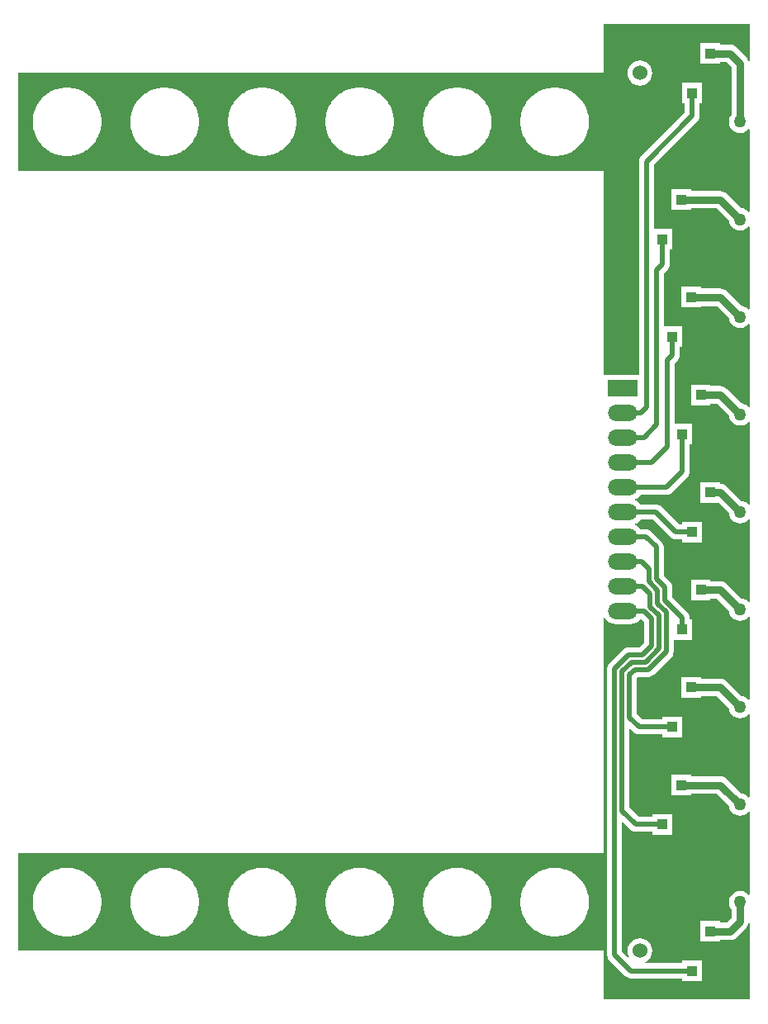
<source format=gbl>
G04 Layer_Physical_Order=2*
G04 Layer_Color=16711680*
%FSLAX25Y25*%
%MOIN*%
G70*
G01*
G75*
%ADD12C,0.03000*%
%ADD13C,0.02000*%
%ADD14C,0.06000*%
%ADD15O,0.12000X0.06500*%
%ADD16R,0.12000X0.06500*%
%ADD17C,0.05000*%
%ADD18R,0.03937X0.04331*%
G36*
X334646Y418063D02*
X334146Y418031D01*
X334119Y418236D01*
X333766Y419088D01*
X333205Y419819D01*
X329228Y423795D01*
X328497Y424357D01*
X327646Y424709D01*
X326732Y424829D01*
X322748D01*
Y425465D01*
X314811D01*
Y417134D01*
X322748D01*
Y417769D01*
X325270D01*
X327179Y415861D01*
Y396492D01*
X326778Y395970D01*
X326325Y394876D01*
X326170Y393701D01*
X326325Y392526D01*
X326778Y391431D01*
X327499Y390491D01*
X328439Y389770D01*
X329534Y389317D01*
X330709Y389162D01*
X331883Y389317D01*
X332978Y389770D01*
X333918Y390491D01*
X334146Y390788D01*
X334646Y390618D01*
Y357413D01*
X334146Y357244D01*
X333918Y357540D01*
X332978Y358261D01*
X331883Y358715D01*
X331231Y358801D01*
X325291Y364740D01*
X324560Y365301D01*
X323709Y365654D01*
X322795Y365774D01*
X310937D01*
Y366409D01*
X303000D01*
Y358079D01*
X310937D01*
Y358714D01*
X321333D01*
X326239Y353808D01*
X326325Y353156D01*
X326778Y352061D01*
X327499Y351121D01*
X328439Y350400D01*
X329534Y349946D01*
X330709Y349792D01*
X331883Y349946D01*
X332978Y350400D01*
X333918Y351121D01*
X334146Y351418D01*
X334646Y351248D01*
Y318043D01*
X334146Y317874D01*
X333918Y318170D01*
X332978Y318891D01*
X331883Y319345D01*
X331231Y319431D01*
X325291Y325370D01*
X324560Y325931D01*
X323709Y326284D01*
X322795Y326404D01*
X314874D01*
Y327039D01*
X306937D01*
Y318709D01*
X314874D01*
Y319344D01*
X321333D01*
X326239Y314438D01*
X326325Y313786D01*
X326778Y312691D01*
X327499Y311751D01*
X328439Y311030D01*
X329534Y310577D01*
X330709Y310422D01*
X331883Y310577D01*
X332978Y311030D01*
X333918Y311751D01*
X334146Y312048D01*
X334646Y311878D01*
Y278673D01*
X334146Y278503D01*
X333918Y278800D01*
X332978Y279521D01*
X331883Y279975D01*
X331231Y280061D01*
X325291Y286000D01*
X324560Y286561D01*
X323709Y286914D01*
X322795Y287034D01*
X318811D01*
Y287669D01*
X310874D01*
Y279339D01*
X318811D01*
Y279974D01*
X321333D01*
X326239Y275068D01*
X326325Y274416D01*
X326778Y273321D01*
X327499Y272381D01*
X328439Y271660D01*
X329534Y271206D01*
X330709Y271052D01*
X331883Y271206D01*
X332978Y271660D01*
X333918Y272381D01*
X334146Y272678D01*
X334646Y272508D01*
Y239303D01*
X334146Y239133D01*
X333918Y239430D01*
X332978Y240151D01*
X331883Y240605D01*
X331231Y240690D01*
X325291Y246630D01*
X324560Y247191D01*
X323709Y247544D01*
X322795Y247664D01*
X322748D01*
Y248299D01*
X314811D01*
Y239968D01*
X321968D01*
X326239Y235698D01*
X326325Y235046D01*
X326778Y233951D01*
X327499Y233011D01*
X328439Y232290D01*
X329534Y231836D01*
X330709Y231682D01*
X331883Y231836D01*
X332978Y232290D01*
X333918Y233011D01*
X334146Y233308D01*
X334646Y233138D01*
Y199933D01*
X334146Y199763D01*
X333918Y200060D01*
X332978Y200781D01*
X331883Y201235D01*
X331231Y201321D01*
X325291Y207260D01*
X324560Y207821D01*
X323709Y208174D01*
X322795Y208294D01*
X318811D01*
Y208929D01*
X310874D01*
Y200598D01*
X318811D01*
Y201234D01*
X321333D01*
X326239Y196328D01*
X326325Y195676D01*
X326778Y194581D01*
X327499Y193641D01*
X328439Y192920D01*
X329534Y192466D01*
X330709Y192312D01*
X331883Y192466D01*
X332978Y192920D01*
X333918Y193641D01*
X334146Y193938D01*
X334646Y193768D01*
Y160563D01*
X334146Y160393D01*
X333918Y160690D01*
X332978Y161411D01*
X331883Y161864D01*
X331231Y161950D01*
X325291Y167890D01*
X324560Y168451D01*
X323709Y168804D01*
X322795Y168924D01*
X314874D01*
Y169559D01*
X306937D01*
Y161228D01*
X314874D01*
Y161864D01*
X321333D01*
X326239Y156958D01*
X326325Y156306D01*
X326778Y155211D01*
X327499Y154271D01*
X328439Y153550D01*
X329534Y153096D01*
X330709Y152942D01*
X331883Y153096D01*
X332978Y153550D01*
X333918Y154271D01*
X334146Y154567D01*
X334646Y154398D01*
Y121193D01*
X334146Y121023D01*
X333918Y121320D01*
X332978Y122041D01*
X331883Y122494D01*
X331231Y122580D01*
X325291Y128520D01*
X324560Y129081D01*
X323709Y129434D01*
X322795Y129554D01*
X310937D01*
Y130189D01*
X303000D01*
Y121858D01*
X310937D01*
Y122493D01*
X321333D01*
X326239Y117588D01*
X326325Y116936D01*
X326778Y115841D01*
X327499Y114901D01*
X328439Y114180D01*
X329534Y113726D01*
X330709Y113571D01*
X331883Y113726D01*
X332978Y114180D01*
X333918Y114901D01*
X334146Y115197D01*
X334646Y115028D01*
Y81823D01*
X334146Y81653D01*
X333918Y81950D01*
X332978Y82671D01*
X331883Y83124D01*
X330709Y83279D01*
X329534Y83124D01*
X328439Y82671D01*
X327499Y81950D01*
X326778Y81010D01*
X326325Y79915D01*
X326170Y78740D01*
X326325Y77565D01*
X326778Y76471D01*
X327179Y75949D01*
Y72328D01*
X325349Y70499D01*
X322748D01*
Y71134D01*
X314811D01*
Y62803D01*
X322748D01*
Y63438D01*
X326811D01*
X327725Y63559D01*
X328576Y63911D01*
X329307Y64472D01*
X333205Y68370D01*
X333766Y69101D01*
X334119Y69952D01*
X334146Y70158D01*
X334646Y70126D01*
Y39370D01*
X275591D01*
Y59055D01*
X39370D01*
Y98425D01*
X275591D01*
Y193565D01*
X276091Y193665D01*
X276129Y193573D01*
X276970Y192476D01*
X278067Y191635D01*
X279344Y191106D01*
X280715Y190925D01*
X286215D01*
X287585Y191106D01*
X288862Y191635D01*
X289959Y192476D01*
X290293Y192912D01*
X290922Y192948D01*
X291856Y192014D01*
Y183537D01*
X290006Y181687D01*
X285748D01*
X285748Y181687D01*
X284965Y181584D01*
X284235Y181282D01*
X283608Y180801D01*
X277939Y175132D01*
X277458Y174505D01*
X277156Y173775D01*
X277053Y172992D01*
Y57441D01*
X277156Y56658D01*
X277458Y55928D01*
X277939Y55301D01*
X284356Y48884D01*
X284983Y48403D01*
X285713Y48101D01*
X286496Y47998D01*
X307291D01*
Y46858D01*
X315228D01*
Y55189D01*
X307291D01*
Y54049D01*
X292564D01*
X292464Y54549D01*
X292797Y54687D01*
X293841Y55489D01*
X294643Y56533D01*
X295147Y57749D01*
X295318Y59055D01*
X295147Y60360D01*
X294643Y61576D01*
X293841Y62621D01*
X292797Y63422D01*
X291581Y63926D01*
X290275Y64098D01*
X288970Y63926D01*
X287754Y63422D01*
X286709Y62621D01*
X285908Y61576D01*
X285404Y60360D01*
X285232Y59055D01*
X285404Y57749D01*
X285862Y56644D01*
X285438Y56361D01*
X283105Y58694D01*
Y110703D01*
X283567Y110894D01*
X286522Y107939D01*
X287148Y107458D01*
X287878Y107156D01*
X288661Y107053D01*
X295480D01*
Y105913D01*
X303417D01*
Y114244D01*
X295480D01*
Y113105D01*
X289915D01*
X286105Y116915D01*
Y148372D01*
X286567Y148564D01*
X287821Y147309D01*
X288448Y146828D01*
X289177Y146526D01*
X289961Y146423D01*
X299417D01*
Y145283D01*
X307354D01*
Y153614D01*
X299417D01*
Y152475D01*
X291214D01*
X289105Y154584D01*
Y169254D01*
X289487Y169635D01*
X293745D01*
X294528Y169739D01*
X295258Y170041D01*
X295885Y170522D01*
X303022Y177658D01*
X303502Y178285D01*
X303805Y179015D01*
X303908Y179798D01*
Y184653D01*
X311291D01*
Y192984D01*
X310349D01*
Y193555D01*
X310349Y193555D01*
X310246Y194338D01*
X309943Y195068D01*
X309462Y195694D01*
X303396Y201761D01*
Y205792D01*
X303396Y205792D01*
X303293Y206575D01*
X302991Y207305D01*
X302510Y207932D01*
X299845Y210597D01*
Y222039D01*
X299742Y222822D01*
X299439Y223552D01*
X298958Y224179D01*
X294777Y228360D01*
X294151Y228841D01*
X293421Y229143D01*
X292638Y229246D01*
X290510D01*
X289959Y229965D01*
X288862Y230806D01*
X288466Y230971D01*
Y231470D01*
X288862Y231635D01*
X289959Y232476D01*
X290510Y233195D01*
X295440D01*
X302585Y226049D01*
X302585Y226049D01*
X303211Y225569D01*
X303941Y225266D01*
X304724Y225163D01*
X304725Y225163D01*
X307291D01*
Y224024D01*
X315228D01*
Y232354D01*
X307291D01*
Y231215D01*
X305978D01*
X298833Y238360D01*
X298206Y238841D01*
X297476Y239143D01*
X296693Y239246D01*
X290510D01*
X289959Y239965D01*
X288862Y240806D01*
X288466Y240970D01*
Y241471D01*
X288862Y241635D01*
X289959Y242476D01*
X290510Y243195D01*
X301063D01*
X301846Y243298D01*
X302576Y243600D01*
X303203Y244081D01*
X309462Y250341D01*
X309943Y250967D01*
X310246Y251697D01*
X310349Y252480D01*
Y263394D01*
X311291D01*
Y271724D01*
X304286D01*
Y296188D01*
X305525Y297427D01*
X306006Y298054D01*
X306309Y298784D01*
X306412Y299567D01*
Y302764D01*
X307354D01*
Y311094D01*
X300073D01*
Y332684D01*
X301589Y334199D01*
X302069Y334826D01*
X302372Y335555D01*
X302475Y336339D01*
Y342134D01*
X303417D01*
Y350465D01*
X295900D01*
Y376424D01*
X313399Y393923D01*
X313400Y393923D01*
X313880Y394550D01*
X314183Y395280D01*
X314286Y396063D01*
X314286Y396063D01*
Y401189D01*
X315228D01*
Y409520D01*
X307291D01*
Y401189D01*
X308234D01*
Y397316D01*
X290734Y379817D01*
X290253Y379190D01*
X289951Y378460D01*
X289848Y377677D01*
Y291471D01*
X275591D01*
Y374016D01*
X39370Y374016D01*
Y413386D01*
X275591Y413386D01*
Y433071D01*
X334646D01*
Y418063D01*
D02*
G37*
%LPC*%
G36*
X177939Y92590D02*
X176391D01*
X176259Y92564D01*
X176125Y92573D01*
X174590Y92371D01*
X174463Y92328D01*
X174328Y92319D01*
X172833Y91918D01*
X172712Y91859D01*
X172580Y91832D01*
X171150Y91240D01*
X171038Y91165D01*
X170911Y91122D01*
X169570Y90348D01*
X169469Y90259D01*
X169348Y90200D01*
X168120Y89257D01*
X168031Y89156D01*
X167919Y89081D01*
X166824Y87986D01*
X166750Y87875D01*
X166648Y87786D01*
X165706Y86558D01*
X165647Y86437D01*
X165558Y86336D01*
X164784Y84995D01*
X164740Y84867D01*
X164666Y84756D01*
X164073Y83325D01*
X164047Y83193D01*
X163988Y83073D01*
X163587Y81577D01*
X163578Y81443D01*
X163535Y81315D01*
X163333Y79780D01*
X163341Y79646D01*
X163315Y79514D01*
Y77966D01*
X163341Y77834D01*
X163333Y77700D01*
X163535Y76165D01*
X163578Y76037D01*
X163587Y75903D01*
X163988Y74408D01*
X164047Y74287D01*
X164073Y74155D01*
X164666Y72725D01*
X164740Y72613D01*
X164784Y72486D01*
X165558Y71145D01*
X165647Y71043D01*
X165706Y70923D01*
X166648Y69695D01*
X166750Y69606D01*
X166824Y69494D01*
X167919Y68399D01*
X168031Y68325D01*
X168120Y68223D01*
X169348Y67281D01*
X169469Y67221D01*
X169570Y67133D01*
X170911Y66359D01*
X171038Y66315D01*
X171150Y66241D01*
X172580Y65648D01*
X172712Y65622D01*
X172833Y65562D01*
X174328Y65162D01*
X174463Y65153D01*
X174590Y65109D01*
X176125Y64907D01*
X176259Y64916D01*
X176391Y64890D01*
X177939D01*
X178071Y64916D01*
X178206Y64907D01*
X179741Y65109D01*
X179868Y65153D01*
X180002Y65162D01*
X181498Y65562D01*
X181618Y65622D01*
X181750Y65648D01*
X183181Y66241D01*
X183293Y66315D01*
X183420Y66359D01*
X184761Y67133D01*
X184862Y67221D01*
X184983Y67281D01*
X186211Y68223D01*
X186300Y68325D01*
X186411Y68399D01*
X187506Y69494D01*
X187581Y69606D01*
X187682Y69695D01*
X188625Y70923D01*
X188684Y71043D01*
X188773Y71145D01*
X189547Y72486D01*
X189590Y72613D01*
X189665Y72725D01*
X190258Y74155D01*
X190284Y74287D01*
X190343Y74408D01*
X190744Y75903D01*
X190753Y76038D01*
X190796Y76165D01*
X190998Y77700D01*
X190989Y77834D01*
X191016Y77966D01*
Y79514D01*
X190989Y79646D01*
X190998Y79781D01*
X190796Y81315D01*
X190753Y81443D01*
X190744Y81577D01*
X190343Y83073D01*
X190284Y83193D01*
X190258Y83325D01*
X189665Y84756D01*
X189590Y84867D01*
X189547Y84995D01*
X188773Y86336D01*
X188684Y86437D01*
X188625Y86558D01*
X187682Y87786D01*
X187581Y87875D01*
X187506Y87986D01*
X186411Y89081D01*
X186300Y89156D01*
X186211Y89257D01*
X184983Y90200D01*
X184862Y90259D01*
X184761Y90348D01*
X183420Y91122D01*
X183293Y91165D01*
X183181Y91240D01*
X181750Y91832D01*
X181618Y91859D01*
X181498Y91918D01*
X180002Y92319D01*
X179868Y92328D01*
X179741Y92371D01*
X178206Y92573D01*
X178071Y92564D01*
X177939Y92590D01*
D02*
G37*
G36*
X217310D02*
X215761D01*
X215629Y92564D01*
X215495Y92573D01*
X213960Y92371D01*
X213833Y92328D01*
X213699Y92319D01*
X212203Y91918D01*
X212082Y91859D01*
X211950Y91832D01*
X210520Y91240D01*
X210408Y91165D01*
X210281Y91122D01*
X208940Y90348D01*
X208839Y90259D01*
X208718Y90200D01*
X207490Y89257D01*
X207401Y89156D01*
X207289Y89081D01*
X206194Y87986D01*
X206120Y87875D01*
X206019Y87786D01*
X205076Y86558D01*
X205017Y86437D01*
X204928Y86336D01*
X204154Y84995D01*
X204111Y84867D01*
X204036Y84756D01*
X203443Y83325D01*
X203417Y83193D01*
X203358Y83073D01*
X202957Y81577D01*
X202948Y81443D01*
X202905Y81315D01*
X202703Y79780D01*
X202712Y79646D01*
X202685Y79514D01*
Y77966D01*
X202712Y77834D01*
X202703Y77700D01*
X202905Y76165D01*
X202948Y76037D01*
X202957Y75903D01*
X203358Y74408D01*
X203417Y74287D01*
X203443Y74155D01*
X204036Y72725D01*
X204111Y72613D01*
X204154Y72486D01*
X204928Y71145D01*
X205017Y71043D01*
X205076Y70923D01*
X206019Y69695D01*
X206120Y69606D01*
X206194Y69494D01*
X207289Y68399D01*
X207401Y68325D01*
X207490Y68223D01*
X208718Y67281D01*
X208839Y67221D01*
X208940Y67133D01*
X210281Y66359D01*
X210408Y66315D01*
X210520Y66241D01*
X211950Y65648D01*
X212082Y65622D01*
X212203Y65562D01*
X213699Y65162D01*
X213833Y65153D01*
X213960Y65109D01*
X215495Y64907D01*
X215629Y64916D01*
X215761Y64890D01*
X217310D01*
X217442Y64916D01*
X217576Y64907D01*
X219111Y65109D01*
X219238Y65153D01*
X219372Y65162D01*
X220868Y65562D01*
X220988Y65622D01*
X221121Y65648D01*
X222551Y66241D01*
X222663Y66315D01*
X222790Y66359D01*
X224131Y67133D01*
X224232Y67221D01*
X224353Y67281D01*
X225581Y68223D01*
X225670Y68325D01*
X225782Y68399D01*
X226876Y69494D01*
X226951Y69606D01*
X227052Y69695D01*
X227995Y70923D01*
X228054Y71043D01*
X228143Y71145D01*
X228917Y72486D01*
X228960Y72613D01*
X229035Y72725D01*
X229628Y74155D01*
X229654Y74287D01*
X229713Y74408D01*
X230114Y75903D01*
X230123Y76038D01*
X230166Y76165D01*
X230368Y77700D01*
X230359Y77834D01*
X230386Y77966D01*
Y79514D01*
X230359Y79646D01*
X230368Y79781D01*
X230166Y81315D01*
X230123Y81443D01*
X230114Y81577D01*
X229713Y83073D01*
X229654Y83193D01*
X229628Y83325D01*
X229035Y84756D01*
X228960Y84867D01*
X228917Y84995D01*
X228143Y86336D01*
X228054Y86437D01*
X227995Y86558D01*
X227052Y87786D01*
X226951Y87875D01*
X226876Y87986D01*
X225782Y89081D01*
X225670Y89156D01*
X225581Y89257D01*
X224353Y90200D01*
X224232Y90259D01*
X224131Y90348D01*
X222790Y91122D01*
X222663Y91165D01*
X222551Y91240D01*
X221121Y91832D01*
X220988Y91859D01*
X220868Y91918D01*
X219372Y92319D01*
X219238Y92328D01*
X219111Y92371D01*
X217576Y92573D01*
X217442Y92564D01*
X217310Y92590D01*
D02*
G37*
G36*
X256680D02*
X255131D01*
X254999Y92564D01*
X254865Y92573D01*
X253330Y92371D01*
X253203Y92328D01*
X253069Y92319D01*
X251573Y91918D01*
X251452Y91859D01*
X251321Y91832D01*
X249890Y91240D01*
X249778Y91165D01*
X249651Y91122D01*
X248310Y90348D01*
X248209Y90259D01*
X248088Y90200D01*
X246860Y89257D01*
X246771Y89156D01*
X246659Y89081D01*
X245565Y87986D01*
X245490Y87875D01*
X245389Y87786D01*
X244446Y86558D01*
X244387Y86437D01*
X244298Y86336D01*
X243524Y84995D01*
X243481Y84867D01*
X243406Y84756D01*
X242813Y83325D01*
X242787Y83193D01*
X242728Y83073D01*
X242327Y81577D01*
X242318Y81443D01*
X242275Y81315D01*
X242073Y79780D01*
X242082Y79646D01*
X242055Y79514D01*
Y77966D01*
X242082Y77834D01*
X242073Y77700D01*
X242275Y76165D01*
X242318Y76037D01*
X242327Y75903D01*
X242728Y74408D01*
X242787Y74287D01*
X242813Y74155D01*
X243406Y72725D01*
X243481Y72613D01*
X243524Y72486D01*
X244298Y71145D01*
X244387Y71043D01*
X244446Y70923D01*
X245389Y69695D01*
X245490Y69606D01*
X245565Y69494D01*
X246659Y68399D01*
X246771Y68325D01*
X246860Y68223D01*
X248088Y67281D01*
X248209Y67221D01*
X248310Y67133D01*
X249651Y66359D01*
X249778Y66315D01*
X249890Y66241D01*
X251321Y65648D01*
X251452Y65622D01*
X251573Y65562D01*
X253069Y65162D01*
X253203Y65153D01*
X253330Y65109D01*
X254865Y64907D01*
X254999Y64916D01*
X255131Y64890D01*
X256680D01*
X256812Y64916D01*
X256946Y64907D01*
X258481Y65109D01*
X258608Y65153D01*
X258742Y65162D01*
X260238Y65562D01*
X260359Y65622D01*
X260490Y65648D01*
X261921Y66241D01*
X262033Y66315D01*
X262160Y66359D01*
X263501Y67133D01*
X263602Y67221D01*
X263723Y67281D01*
X264951Y68223D01*
X265040Y68325D01*
X265152Y68399D01*
X266247Y69494D01*
X266321Y69606D01*
X266422Y69695D01*
X267365Y70923D01*
X267424Y71043D01*
X267513Y71145D01*
X268287Y72486D01*
X268330Y72613D01*
X268405Y72725D01*
X268998Y74155D01*
X269024Y74287D01*
X269083Y74408D01*
X269484Y75903D01*
X269493Y76038D01*
X269536Y76165D01*
X269738Y77700D01*
X269729Y77834D01*
X269756Y77966D01*
Y79514D01*
X269729Y79646D01*
X269738Y79781D01*
X269536Y81315D01*
X269493Y81443D01*
X269484Y81577D01*
X269083Y83073D01*
X269024Y83193D01*
X268998Y83325D01*
X268405Y84756D01*
X268330Y84867D01*
X268287Y84995D01*
X267513Y86336D01*
X267424Y86437D01*
X267365Y86558D01*
X266422Y87786D01*
X266321Y87875D01*
X266247Y87986D01*
X265152Y89081D01*
X265040Y89156D01*
X264951Y89257D01*
X263723Y90200D01*
X263602Y90259D01*
X263501Y90348D01*
X262160Y91122D01*
X262033Y91165D01*
X261921Y91240D01*
X260490Y91832D01*
X260359Y91859D01*
X260238Y91918D01*
X258742Y92319D01*
X258608Y92328D01*
X258481Y92371D01*
X256946Y92573D01*
X256812Y92564D01*
X256680Y92590D01*
D02*
G37*
G36*
X59829D02*
X58281D01*
X58149Y92564D01*
X58015Y92573D01*
X56480Y92371D01*
X56352Y92328D01*
X56218Y92319D01*
X54723Y91918D01*
X54602Y91859D01*
X54470Y91832D01*
X53040Y91240D01*
X52928Y91165D01*
X52800Y91122D01*
X51460Y90348D01*
X51358Y90259D01*
X51238Y90200D01*
X50010Y89257D01*
X49921Y89156D01*
X49809Y89081D01*
X48714Y87986D01*
X48639Y87875D01*
X48538Y87786D01*
X47596Y86558D01*
X47536Y86437D01*
X47448Y86336D01*
X46673Y84995D01*
X46630Y84867D01*
X46555Y84756D01*
X45963Y83325D01*
X45937Y83193D01*
X45877Y83073D01*
X45476Y81577D01*
X45468Y81443D01*
X45424Y81315D01*
X45222Y79780D01*
X45231Y79646D01*
X45205Y79514D01*
Y77966D01*
X45231Y77834D01*
X45222Y77700D01*
X45424Y76165D01*
X45468Y76037D01*
X45476Y75903D01*
X45877Y74408D01*
X45937Y74287D01*
X45963Y74155D01*
X46555Y72725D01*
X46630Y72613D01*
X46673Y72486D01*
X47448Y71145D01*
X47536Y71043D01*
X47596Y70923D01*
X48538Y69695D01*
X48639Y69606D01*
X48714Y69494D01*
X49809Y68399D01*
X49921Y68325D01*
X50010Y68223D01*
X51238Y67281D01*
X51358Y67221D01*
X51460Y67133D01*
X52800Y66359D01*
X52928Y66315D01*
X53040Y66241D01*
X54470Y65648D01*
X54602Y65622D01*
X54723Y65562D01*
X56218Y65162D01*
X56352Y65153D01*
X56480Y65109D01*
X58015Y64907D01*
X58149Y64916D01*
X58281Y64890D01*
X59829D01*
X59961Y64916D01*
X60095Y64907D01*
X61630Y65109D01*
X61758Y65153D01*
X61892Y65162D01*
X63388Y65562D01*
X63508Y65622D01*
X63640Y65648D01*
X65071Y66241D01*
X65182Y66315D01*
X65310Y66359D01*
X66651Y67133D01*
X66752Y67221D01*
X66872Y67281D01*
X68101Y68223D01*
X68189Y68325D01*
X68301Y68399D01*
X69396Y69494D01*
X69471Y69606D01*
X69572Y69695D01*
X70515Y70923D01*
X70574Y71043D01*
X70663Y71145D01*
X71437Y72486D01*
X71480Y72613D01*
X71555Y72725D01*
X72147Y74155D01*
X72174Y74287D01*
X72233Y74408D01*
X72634Y75903D01*
X72642Y76038D01*
X72686Y76165D01*
X72888Y77700D01*
X72879Y77834D01*
X72905Y77966D01*
Y79514D01*
X72879Y79646D01*
X72888Y79781D01*
X72686Y81315D01*
X72642Y81443D01*
X72634Y81577D01*
X72233Y83073D01*
X72174Y83193D01*
X72147Y83325D01*
X71555Y84756D01*
X71480Y84867D01*
X71437Y84995D01*
X70663Y86336D01*
X70574Y86437D01*
X70515Y86558D01*
X69572Y87786D01*
X69471Y87875D01*
X69396Y87986D01*
X68301Y89081D01*
X68189Y89156D01*
X68101Y89257D01*
X66872Y90200D01*
X66752Y90259D01*
X66651Y90348D01*
X65310Y91122D01*
X65182Y91165D01*
X65071Y91240D01*
X63640Y91832D01*
X63508Y91859D01*
X63388Y91918D01*
X61892Y92319D01*
X61758Y92328D01*
X61630Y92371D01*
X60095Y92573D01*
X59961Y92564D01*
X59829Y92590D01*
D02*
G37*
G36*
X99199D02*
X97651D01*
X97519Y92564D01*
X97385Y92573D01*
X95850Y92371D01*
X95723Y92328D01*
X95588Y92319D01*
X94093Y91918D01*
X93972Y91859D01*
X93840Y91832D01*
X92410Y91240D01*
X92298Y91165D01*
X92171Y91122D01*
X90830Y90348D01*
X90728Y90259D01*
X90608Y90200D01*
X89380Y89257D01*
X89291Y89156D01*
X89179Y89081D01*
X88084Y87986D01*
X88010Y87875D01*
X87908Y87786D01*
X86966Y86558D01*
X86906Y86437D01*
X86818Y86336D01*
X86044Y84995D01*
X86000Y84867D01*
X85926Y84756D01*
X85333Y83325D01*
X85307Y83193D01*
X85247Y83073D01*
X84847Y81577D01*
X84838Y81443D01*
X84794Y81315D01*
X84592Y79780D01*
X84601Y79646D01*
X84575Y79514D01*
Y77966D01*
X84601Y77834D01*
X84592Y77700D01*
X84794Y76165D01*
X84838Y76037D01*
X84847Y75903D01*
X85247Y74408D01*
X85307Y74287D01*
X85333Y74155D01*
X85926Y72725D01*
X86000Y72613D01*
X86044Y72486D01*
X86818Y71145D01*
X86906Y71043D01*
X86966Y70923D01*
X87908Y69695D01*
X88010Y69606D01*
X88084Y69494D01*
X89179Y68399D01*
X89291Y68325D01*
X89380Y68223D01*
X90608Y67281D01*
X90728Y67221D01*
X90830Y67133D01*
X92171Y66359D01*
X92298Y66315D01*
X92410Y66241D01*
X93840Y65648D01*
X93972Y65622D01*
X94093Y65562D01*
X95588Y65162D01*
X95723Y65153D01*
X95850Y65109D01*
X97385Y64907D01*
X97519Y64916D01*
X97651Y64890D01*
X99199D01*
X99331Y64916D01*
X99466Y64907D01*
X101000Y65109D01*
X101128Y65153D01*
X101262Y65162D01*
X102758Y65562D01*
X102878Y65622D01*
X103010Y65648D01*
X104441Y66241D01*
X104552Y66315D01*
X104680Y66359D01*
X106021Y67133D01*
X106122Y67221D01*
X106243Y67281D01*
X107471Y68223D01*
X107560Y68325D01*
X107671Y68399D01*
X108766Y69494D01*
X108841Y69606D01*
X108942Y69695D01*
X109885Y70923D01*
X109944Y71043D01*
X110033Y71145D01*
X110807Y72486D01*
X110850Y72613D01*
X110925Y72725D01*
X111517Y74155D01*
X111544Y74287D01*
X111603Y74408D01*
X112004Y75903D01*
X112013Y76038D01*
X112056Y76165D01*
X112258Y77700D01*
X112249Y77834D01*
X112275Y77966D01*
Y79514D01*
X112249Y79646D01*
X112258Y79781D01*
X112056Y81315D01*
X112013Y81443D01*
X112004Y81577D01*
X111603Y83073D01*
X111544Y83193D01*
X111517Y83325D01*
X110925Y84756D01*
X110850Y84867D01*
X110807Y84995D01*
X110033Y86336D01*
X109944Y86437D01*
X109885Y86558D01*
X108942Y87786D01*
X108841Y87875D01*
X108766Y87986D01*
X107671Y89081D01*
X107560Y89156D01*
X107471Y89257D01*
X106243Y90200D01*
X106122Y90259D01*
X106021Y90348D01*
X104680Y91122D01*
X104552Y91165D01*
X104441Y91240D01*
X103010Y91832D01*
X102878Y91859D01*
X102758Y91918D01*
X101262Y92319D01*
X101128Y92328D01*
X101000Y92371D01*
X99466Y92573D01*
X99331Y92564D01*
X99199Y92590D01*
D02*
G37*
G36*
X138569D02*
X137021D01*
X136889Y92564D01*
X136755Y92573D01*
X135220Y92371D01*
X135093Y92328D01*
X134958Y92319D01*
X133463Y91918D01*
X133342Y91859D01*
X133210Y91832D01*
X131780Y91240D01*
X131668Y91165D01*
X131541Y91122D01*
X130200Y90348D01*
X130099Y90259D01*
X129978Y90200D01*
X128750Y89257D01*
X128661Y89156D01*
X128549Y89081D01*
X127454Y87986D01*
X127380Y87875D01*
X127278Y87786D01*
X126336Y86558D01*
X126276Y86437D01*
X126188Y86336D01*
X125414Y84995D01*
X125370Y84867D01*
X125296Y84756D01*
X124703Y83325D01*
X124677Y83193D01*
X124617Y83073D01*
X124217Y81577D01*
X124208Y81443D01*
X124165Y81315D01*
X123962Y79780D01*
X123971Y79646D01*
X123945Y79514D01*
Y77966D01*
X123971Y77834D01*
X123962Y77700D01*
X124165Y76165D01*
X124208Y76037D01*
X124217Y75903D01*
X124617Y74408D01*
X124677Y74287D01*
X124703Y74155D01*
X125296Y72725D01*
X125370Y72613D01*
X125414Y72486D01*
X126188Y71145D01*
X126276Y71043D01*
X126336Y70923D01*
X127278Y69695D01*
X127380Y69606D01*
X127454Y69494D01*
X128549Y68399D01*
X128661Y68325D01*
X128750Y68223D01*
X129978Y67281D01*
X130099Y67221D01*
X130200Y67133D01*
X131541Y66359D01*
X131668Y66315D01*
X131780Y66241D01*
X133210Y65648D01*
X133342Y65622D01*
X133463Y65562D01*
X134958Y65162D01*
X135093Y65153D01*
X135220Y65109D01*
X136755Y64907D01*
X136889Y64916D01*
X137021Y64890D01*
X138569D01*
X138701Y64916D01*
X138836Y64907D01*
X140371Y65109D01*
X140498Y65153D01*
X140632Y65162D01*
X142128Y65562D01*
X142248Y65622D01*
X142380Y65648D01*
X143811Y66241D01*
X143923Y66315D01*
X144050Y66359D01*
X145391Y67133D01*
X145492Y67221D01*
X145613Y67281D01*
X146841Y68223D01*
X146930Y68325D01*
X147041Y68399D01*
X148136Y69494D01*
X148211Y69606D01*
X148312Y69695D01*
X149255Y70923D01*
X149314Y71043D01*
X149403Y71145D01*
X150177Y72486D01*
X150220Y72613D01*
X150295Y72725D01*
X150887Y74155D01*
X150914Y74287D01*
X150973Y74408D01*
X151374Y75903D01*
X151383Y76038D01*
X151426Y76165D01*
X151628Y77700D01*
X151619Y77834D01*
X151646Y77966D01*
Y79514D01*
X151619Y79646D01*
X151628Y79781D01*
X151426Y81315D01*
X151383Y81443D01*
X151374Y81577D01*
X150973Y83073D01*
X150914Y83193D01*
X150887Y83325D01*
X150295Y84756D01*
X150220Y84867D01*
X150177Y84995D01*
X149403Y86336D01*
X149314Y86437D01*
X149255Y86558D01*
X148312Y87786D01*
X148211Y87875D01*
X148136Y87986D01*
X147041Y89081D01*
X146930Y89156D01*
X146841Y89257D01*
X145613Y90200D01*
X145492Y90259D01*
X145391Y90348D01*
X144050Y91122D01*
X143923Y91165D01*
X143811Y91240D01*
X142380Y91832D01*
X142248Y91859D01*
X142128Y91918D01*
X140632Y92319D01*
X140498Y92328D01*
X140371Y92371D01*
X138836Y92573D01*
X138701Y92564D01*
X138569Y92590D01*
D02*
G37*
G36*
X59829Y407551D02*
X58281D01*
X58149Y407525D01*
X58015Y407534D01*
X56480Y407332D01*
X56352Y407288D01*
X56218Y407279D01*
X54723Y406879D01*
X54602Y406819D01*
X54470Y406793D01*
X53040Y406201D01*
X52928Y406126D01*
X52800Y406082D01*
X51460Y405308D01*
X51358Y405220D01*
X51238Y405160D01*
X50010Y404218D01*
X49921Y404116D01*
X49809Y404042D01*
X48714Y402947D01*
X48639Y402835D01*
X48538Y402746D01*
X47596Y401518D01*
X47536Y401397D01*
X47448Y401296D01*
X46673Y399956D01*
X46630Y399828D01*
X46555Y399716D01*
X45963Y398286D01*
X45937Y398154D01*
X45877Y398033D01*
X45476Y396538D01*
X45468Y396404D01*
X45424Y396276D01*
X45222Y394741D01*
X45231Y394607D01*
X45205Y394475D01*
Y392927D01*
X45231Y392795D01*
X45222Y392660D01*
X45424Y391125D01*
X45468Y390998D01*
X45476Y390864D01*
X45877Y389368D01*
X45937Y389248D01*
X45963Y389116D01*
X46555Y387685D01*
X46630Y387574D01*
X46673Y387446D01*
X47448Y386105D01*
X47536Y386004D01*
X47596Y385883D01*
X48538Y384655D01*
X48639Y384566D01*
X48714Y384455D01*
X49809Y383360D01*
X49921Y383285D01*
X50010Y383184D01*
X51238Y382241D01*
X51358Y382182D01*
X51460Y382093D01*
X52800Y381319D01*
X52928Y381276D01*
X53040Y381201D01*
X54470Y380609D01*
X54602Y380582D01*
X54723Y380523D01*
X56218Y380122D01*
X56352Y380113D01*
X56480Y380070D01*
X58015Y379868D01*
X58149Y379877D01*
X58281Y379851D01*
X59829D01*
X59961Y379877D01*
X60095Y379868D01*
X61630Y380070D01*
X61758Y380113D01*
X61892Y380122D01*
X63388Y380523D01*
X63508Y380582D01*
X63640Y380609D01*
X65071Y381201D01*
X65182Y381276D01*
X65310Y381319D01*
X66651Y382093D01*
X66752Y382182D01*
X66872Y382241D01*
X68101Y383184D01*
X68189Y383285D01*
X68301Y383360D01*
X69396Y384455D01*
X69471Y384566D01*
X69572Y384655D01*
X70515Y385883D01*
X70574Y386004D01*
X70663Y386105D01*
X71437Y387446D01*
X71480Y387574D01*
X71555Y387685D01*
X72147Y389116D01*
X72174Y389248D01*
X72233Y389368D01*
X72634Y390864D01*
X72642Y390998D01*
X72686Y391125D01*
X72888Y392660D01*
X72879Y392795D01*
X72905Y392927D01*
Y394475D01*
X72879Y394607D01*
X72888Y394741D01*
X72686Y396276D01*
X72642Y396404D01*
X72634Y396538D01*
X72233Y398033D01*
X72174Y398154D01*
X72147Y398286D01*
X71555Y399716D01*
X71480Y399828D01*
X71437Y399956D01*
X70663Y401296D01*
X70574Y401397D01*
X70515Y401518D01*
X69572Y402746D01*
X69471Y402835D01*
X69396Y402947D01*
X68301Y404042D01*
X68189Y404116D01*
X68101Y404218D01*
X66872Y405160D01*
X66752Y405220D01*
X66651Y405308D01*
X65310Y406082D01*
X65182Y406126D01*
X65071Y406201D01*
X63640Y406793D01*
X63508Y406819D01*
X63388Y406879D01*
X61892Y407279D01*
X61758Y407288D01*
X61630Y407332D01*
X60095Y407534D01*
X59961Y407525D01*
X59829Y407551D01*
D02*
G37*
G36*
X217310D02*
X215761D01*
X215629Y407525D01*
X215495Y407534D01*
X213960Y407332D01*
X213833Y407288D01*
X213699Y407279D01*
X212203Y406879D01*
X212082Y406819D01*
X211950Y406793D01*
X210520Y406201D01*
X210408Y406126D01*
X210281Y406082D01*
X208940Y405308D01*
X208839Y405220D01*
X208718Y405160D01*
X207490Y404218D01*
X207401Y404116D01*
X207289Y404042D01*
X206194Y402947D01*
X206120Y402835D01*
X206019Y402746D01*
X205076Y401518D01*
X205017Y401397D01*
X204928Y401296D01*
X204154Y399956D01*
X204111Y399828D01*
X204036Y399716D01*
X203443Y398286D01*
X203417Y398154D01*
X203358Y398033D01*
X202957Y396538D01*
X202948Y396404D01*
X202905Y396276D01*
X202703Y394741D01*
X202712Y394607D01*
X202685Y394475D01*
Y392927D01*
X202712Y392795D01*
X202703Y392660D01*
X202905Y391125D01*
X202948Y390998D01*
X202957Y390864D01*
X203358Y389368D01*
X203417Y389248D01*
X203443Y389116D01*
X204036Y387685D01*
X204111Y387574D01*
X204154Y387446D01*
X204928Y386105D01*
X205017Y386004D01*
X205076Y385883D01*
X206019Y384655D01*
X206120Y384566D01*
X206194Y384455D01*
X207289Y383360D01*
X207401Y383285D01*
X207490Y383184D01*
X208718Y382241D01*
X208839Y382182D01*
X208940Y382093D01*
X210281Y381319D01*
X210408Y381276D01*
X210520Y381201D01*
X211950Y380609D01*
X212082Y380582D01*
X212203Y380523D01*
X213699Y380122D01*
X213833Y380113D01*
X213960Y380070D01*
X215495Y379868D01*
X215629Y379877D01*
X215761Y379851D01*
X217310D01*
X217442Y379877D01*
X217576Y379868D01*
X219111Y380070D01*
X219238Y380113D01*
X219372Y380122D01*
X220868Y380523D01*
X220988Y380582D01*
X221121Y380609D01*
X222551Y381201D01*
X222663Y381276D01*
X222790Y381319D01*
X224131Y382093D01*
X224232Y382182D01*
X224353Y382241D01*
X225581Y383184D01*
X225670Y383285D01*
X225782Y383360D01*
X226876Y384455D01*
X226951Y384566D01*
X227052Y384655D01*
X227995Y385883D01*
X228054Y386004D01*
X228143Y386105D01*
X228917Y387446D01*
X228960Y387574D01*
X229035Y387685D01*
X229628Y389116D01*
X229654Y389248D01*
X229713Y389368D01*
X230114Y390864D01*
X230123Y390998D01*
X230166Y391125D01*
X230368Y392660D01*
X230359Y392795D01*
X230386Y392927D01*
Y394475D01*
X230359Y394607D01*
X230368Y394741D01*
X230166Y396276D01*
X230123Y396404D01*
X230114Y396538D01*
X229713Y398033D01*
X229654Y398154D01*
X229628Y398286D01*
X229035Y399716D01*
X228960Y399828D01*
X228917Y399956D01*
X228143Y401296D01*
X228054Y401397D01*
X227995Y401518D01*
X227052Y402746D01*
X226951Y402835D01*
X226876Y402947D01*
X225782Y404042D01*
X225670Y404116D01*
X225581Y404218D01*
X224353Y405160D01*
X224232Y405220D01*
X224131Y405308D01*
X222790Y406082D01*
X222663Y406126D01*
X222551Y406201D01*
X221121Y406793D01*
X220988Y406819D01*
X220868Y406879D01*
X219372Y407279D01*
X219238Y407288D01*
X219111Y407332D01*
X217576Y407534D01*
X217442Y407525D01*
X217310Y407551D01*
D02*
G37*
G36*
X256680D02*
X255131D01*
X254999Y407525D01*
X254865Y407534D01*
X253330Y407332D01*
X253203Y407288D01*
X253069Y407279D01*
X251573Y406879D01*
X251452Y406819D01*
X251321Y406793D01*
X249890Y406201D01*
X249778Y406126D01*
X249651Y406082D01*
X248310Y405308D01*
X248209Y405220D01*
X248088Y405160D01*
X246860Y404218D01*
X246771Y404116D01*
X246659Y404042D01*
X245565Y402947D01*
X245490Y402835D01*
X245389Y402746D01*
X244446Y401518D01*
X244387Y401397D01*
X244298Y401296D01*
X243524Y399956D01*
X243481Y399828D01*
X243406Y399716D01*
X242813Y398286D01*
X242787Y398154D01*
X242728Y398033D01*
X242327Y396538D01*
X242318Y396404D01*
X242275Y396276D01*
X242073Y394741D01*
X242082Y394607D01*
X242055Y394475D01*
Y392927D01*
X242082Y392795D01*
X242073Y392660D01*
X242275Y391125D01*
X242318Y390998D01*
X242327Y390864D01*
X242728Y389368D01*
X242787Y389248D01*
X242813Y389116D01*
X243406Y387685D01*
X243481Y387574D01*
X243524Y387446D01*
X244298Y386105D01*
X244387Y386004D01*
X244446Y385883D01*
X245389Y384655D01*
X245490Y384566D01*
X245565Y384455D01*
X246659Y383360D01*
X246771Y383285D01*
X246860Y383184D01*
X248088Y382241D01*
X248209Y382182D01*
X248310Y382093D01*
X249651Y381319D01*
X249778Y381276D01*
X249890Y381201D01*
X251321Y380609D01*
X251452Y380582D01*
X251573Y380523D01*
X253069Y380122D01*
X253203Y380113D01*
X253330Y380070D01*
X254865Y379868D01*
X254999Y379877D01*
X255131Y379851D01*
X256680D01*
X256812Y379877D01*
X256946Y379868D01*
X258481Y380070D01*
X258608Y380113D01*
X258742Y380122D01*
X260238Y380523D01*
X260359Y380582D01*
X260490Y380609D01*
X261921Y381201D01*
X262033Y381276D01*
X262160Y381319D01*
X263501Y382093D01*
X263602Y382182D01*
X263723Y382241D01*
X264951Y383184D01*
X265040Y383285D01*
X265152Y383360D01*
X266247Y384455D01*
X266321Y384566D01*
X266422Y384655D01*
X267365Y385883D01*
X267424Y386004D01*
X267513Y386105D01*
X268287Y387446D01*
X268330Y387574D01*
X268405Y387685D01*
X268998Y389116D01*
X269024Y389248D01*
X269083Y389368D01*
X269484Y390864D01*
X269493Y390998D01*
X269536Y391125D01*
X269738Y392660D01*
X269729Y392795D01*
X269756Y392927D01*
Y394475D01*
X269729Y394607D01*
X269738Y394741D01*
X269536Y396276D01*
X269493Y396404D01*
X269484Y396538D01*
X269083Y398033D01*
X269024Y398154D01*
X268998Y398286D01*
X268405Y399716D01*
X268330Y399828D01*
X268287Y399956D01*
X267513Y401296D01*
X267424Y401397D01*
X267365Y401518D01*
X266422Y402746D01*
X266321Y402835D01*
X266247Y402947D01*
X265152Y404042D01*
X265040Y404116D01*
X264951Y404218D01*
X263723Y405160D01*
X263602Y405220D01*
X263501Y405308D01*
X262160Y406082D01*
X262033Y406126D01*
X261921Y406201D01*
X260490Y406793D01*
X260359Y406819D01*
X260238Y406879D01*
X258742Y407279D01*
X258608Y407288D01*
X258481Y407332D01*
X256946Y407534D01*
X256812Y407525D01*
X256680Y407551D01*
D02*
G37*
G36*
X290275Y418429D02*
X288970Y418257D01*
X287754Y417753D01*
X286709Y416952D01*
X285908Y415907D01*
X285404Y414691D01*
X285232Y413385D01*
X285404Y412080D01*
X285908Y410864D01*
X286709Y409820D01*
X287754Y409018D01*
X288970Y408514D01*
X290275Y408342D01*
X291581Y408514D01*
X292797Y409018D01*
X293841Y409820D01*
X294643Y410864D01*
X295147Y412080D01*
X295318Y413385D01*
X295147Y414691D01*
X294643Y415907D01*
X293841Y416952D01*
X292797Y417753D01*
X291581Y418257D01*
X290275Y418429D01*
D02*
G37*
G36*
X99199Y407551D02*
X97651D01*
X97519Y407525D01*
X97385Y407534D01*
X95850Y407332D01*
X95723Y407288D01*
X95588Y407279D01*
X94093Y406879D01*
X93972Y406819D01*
X93840Y406793D01*
X92410Y406201D01*
X92298Y406126D01*
X92171Y406082D01*
X90830Y405308D01*
X90728Y405220D01*
X90608Y405160D01*
X89380Y404218D01*
X89291Y404116D01*
X89179Y404042D01*
X88084Y402947D01*
X88010Y402835D01*
X87908Y402746D01*
X86966Y401518D01*
X86906Y401397D01*
X86818Y401296D01*
X86044Y399956D01*
X86000Y399828D01*
X85926Y399716D01*
X85333Y398286D01*
X85307Y398154D01*
X85247Y398033D01*
X84847Y396538D01*
X84838Y396404D01*
X84794Y396276D01*
X84592Y394741D01*
X84601Y394607D01*
X84575Y394475D01*
Y392927D01*
X84601Y392795D01*
X84592Y392660D01*
X84794Y391125D01*
X84838Y390998D01*
X84847Y390864D01*
X85247Y389368D01*
X85307Y389248D01*
X85333Y389116D01*
X85926Y387685D01*
X86000Y387574D01*
X86044Y387446D01*
X86818Y386105D01*
X86906Y386004D01*
X86966Y385883D01*
X87908Y384655D01*
X88010Y384566D01*
X88084Y384455D01*
X89179Y383360D01*
X89291Y383285D01*
X89380Y383184D01*
X90608Y382241D01*
X90728Y382182D01*
X90830Y382093D01*
X92171Y381319D01*
X92298Y381276D01*
X92410Y381201D01*
X93840Y380609D01*
X93972Y380582D01*
X94093Y380523D01*
X95588Y380122D01*
X95723Y380113D01*
X95850Y380070D01*
X97385Y379868D01*
X97519Y379877D01*
X97651Y379851D01*
X99199D01*
X99331Y379877D01*
X99466Y379868D01*
X101000Y380070D01*
X101128Y380113D01*
X101262Y380122D01*
X102758Y380523D01*
X102878Y380582D01*
X103010Y380609D01*
X104441Y381201D01*
X104552Y381276D01*
X104680Y381319D01*
X106021Y382093D01*
X106122Y382182D01*
X106243Y382241D01*
X107471Y383184D01*
X107560Y383285D01*
X107671Y383360D01*
X108766Y384455D01*
X108841Y384566D01*
X108942Y384655D01*
X109885Y385883D01*
X109944Y386004D01*
X110033Y386105D01*
X110807Y387446D01*
X110850Y387574D01*
X110925Y387685D01*
X111517Y389116D01*
X111544Y389248D01*
X111603Y389368D01*
X112004Y390864D01*
X112013Y390998D01*
X112056Y391125D01*
X112258Y392660D01*
X112249Y392795D01*
X112275Y392927D01*
Y394475D01*
X112249Y394607D01*
X112258Y394741D01*
X112056Y396276D01*
X112013Y396404D01*
X112004Y396538D01*
X111603Y398033D01*
X111544Y398154D01*
X111517Y398286D01*
X110925Y399716D01*
X110850Y399828D01*
X110807Y399956D01*
X110033Y401296D01*
X109944Y401397D01*
X109885Y401518D01*
X108942Y402746D01*
X108841Y402835D01*
X108766Y402947D01*
X107671Y404042D01*
X107560Y404116D01*
X107471Y404218D01*
X106243Y405160D01*
X106122Y405220D01*
X106021Y405308D01*
X104680Y406082D01*
X104552Y406126D01*
X104441Y406201D01*
X103010Y406793D01*
X102878Y406819D01*
X102758Y406879D01*
X101262Y407279D01*
X101128Y407288D01*
X101000Y407332D01*
X99466Y407534D01*
X99331Y407525D01*
X99199Y407551D01*
D02*
G37*
G36*
X138569D02*
X137021D01*
X136889Y407525D01*
X136755Y407534D01*
X135220Y407332D01*
X135093Y407288D01*
X134958Y407279D01*
X133463Y406879D01*
X133342Y406819D01*
X133210Y406793D01*
X131780Y406201D01*
X131668Y406126D01*
X131541Y406082D01*
X130200Y405308D01*
X130099Y405220D01*
X129978Y405160D01*
X128750Y404218D01*
X128661Y404116D01*
X128549Y404042D01*
X127454Y402947D01*
X127380Y402835D01*
X127278Y402746D01*
X126336Y401518D01*
X126276Y401397D01*
X126188Y401296D01*
X125414Y399956D01*
X125370Y399828D01*
X125296Y399716D01*
X124703Y398286D01*
X124677Y398154D01*
X124617Y398033D01*
X124217Y396538D01*
X124208Y396404D01*
X124165Y396276D01*
X123962Y394741D01*
X123971Y394607D01*
X123945Y394475D01*
Y392927D01*
X123971Y392795D01*
X123962Y392660D01*
X124165Y391125D01*
X124208Y390998D01*
X124217Y390864D01*
X124617Y389368D01*
X124677Y389248D01*
X124703Y389116D01*
X125296Y387685D01*
X125370Y387574D01*
X125414Y387446D01*
X126188Y386105D01*
X126276Y386004D01*
X126336Y385883D01*
X127278Y384655D01*
X127380Y384566D01*
X127454Y384455D01*
X128549Y383360D01*
X128661Y383285D01*
X128750Y383184D01*
X129978Y382241D01*
X130099Y382182D01*
X130200Y382093D01*
X131541Y381319D01*
X131668Y381276D01*
X131780Y381201D01*
X133210Y380609D01*
X133342Y380582D01*
X133463Y380523D01*
X134958Y380122D01*
X135093Y380113D01*
X135220Y380070D01*
X136755Y379868D01*
X136889Y379877D01*
X137021Y379851D01*
X138569D01*
X138701Y379877D01*
X138836Y379868D01*
X140371Y380070D01*
X140498Y380113D01*
X140632Y380122D01*
X142128Y380523D01*
X142248Y380582D01*
X142380Y380609D01*
X143811Y381201D01*
X143923Y381276D01*
X144050Y381319D01*
X145391Y382093D01*
X145492Y382182D01*
X145613Y382241D01*
X146841Y383184D01*
X146930Y383285D01*
X147041Y383360D01*
X148136Y384455D01*
X148211Y384566D01*
X148312Y384655D01*
X149255Y385883D01*
X149314Y386004D01*
X149403Y386105D01*
X150177Y387446D01*
X150220Y387574D01*
X150295Y387685D01*
X150887Y389116D01*
X150914Y389248D01*
X150973Y389368D01*
X151374Y390864D01*
X151383Y390998D01*
X151426Y391125D01*
X151628Y392660D01*
X151619Y392795D01*
X151646Y392927D01*
Y394475D01*
X151619Y394607D01*
X151628Y394741D01*
X151426Y396276D01*
X151383Y396404D01*
X151374Y396538D01*
X150973Y398033D01*
X150914Y398154D01*
X150887Y398286D01*
X150295Y399716D01*
X150220Y399828D01*
X150177Y399956D01*
X149403Y401296D01*
X149314Y401397D01*
X149255Y401518D01*
X148312Y402746D01*
X148211Y402835D01*
X148136Y402947D01*
X147041Y404042D01*
X146930Y404116D01*
X146841Y404218D01*
X145613Y405160D01*
X145492Y405220D01*
X145391Y405308D01*
X144050Y406082D01*
X143923Y406126D01*
X143811Y406201D01*
X142380Y406793D01*
X142248Y406819D01*
X142128Y406879D01*
X140632Y407279D01*
X140498Y407288D01*
X140371Y407332D01*
X138836Y407534D01*
X138701Y407525D01*
X138569Y407551D01*
D02*
G37*
G36*
X177939D02*
X176391D01*
X176259Y407525D01*
X176125Y407534D01*
X174590Y407332D01*
X174463Y407288D01*
X174328Y407279D01*
X172833Y406879D01*
X172712Y406819D01*
X172580Y406793D01*
X171150Y406201D01*
X171038Y406126D01*
X170911Y406082D01*
X169570Y405308D01*
X169469Y405220D01*
X169348Y405160D01*
X168120Y404218D01*
X168031Y404116D01*
X167919Y404042D01*
X166824Y402947D01*
X166750Y402835D01*
X166648Y402746D01*
X165706Y401518D01*
X165647Y401397D01*
X165558Y401296D01*
X164784Y399956D01*
X164740Y399828D01*
X164666Y399716D01*
X164073Y398286D01*
X164047Y398154D01*
X163988Y398033D01*
X163587Y396538D01*
X163578Y396404D01*
X163535Y396276D01*
X163333Y394741D01*
X163341Y394607D01*
X163315Y394475D01*
Y392927D01*
X163341Y392795D01*
X163333Y392660D01*
X163535Y391125D01*
X163578Y390998D01*
X163587Y390864D01*
X163988Y389368D01*
X164047Y389248D01*
X164073Y389116D01*
X164666Y387685D01*
X164740Y387574D01*
X164784Y387446D01*
X165558Y386105D01*
X165647Y386004D01*
X165706Y385883D01*
X166648Y384655D01*
X166750Y384566D01*
X166824Y384455D01*
X167919Y383360D01*
X168031Y383285D01*
X168120Y383184D01*
X169348Y382241D01*
X169469Y382182D01*
X169570Y382093D01*
X170911Y381319D01*
X171038Y381276D01*
X171150Y381201D01*
X172580Y380609D01*
X172712Y380582D01*
X172833Y380523D01*
X174328Y380122D01*
X174463Y380113D01*
X174590Y380070D01*
X176125Y379868D01*
X176259Y379877D01*
X176391Y379851D01*
X177939D01*
X178071Y379877D01*
X178206Y379868D01*
X179741Y380070D01*
X179868Y380113D01*
X180002Y380122D01*
X181498Y380523D01*
X181618Y380582D01*
X181750Y380609D01*
X183181Y381201D01*
X183293Y381276D01*
X183420Y381319D01*
X184761Y382093D01*
X184862Y382182D01*
X184983Y382241D01*
X186211Y383184D01*
X186300Y383285D01*
X186411Y383360D01*
X187506Y384455D01*
X187581Y384566D01*
X187682Y384655D01*
X188625Y385883D01*
X188684Y386004D01*
X188773Y386105D01*
X189547Y387446D01*
X189590Y387574D01*
X189665Y387685D01*
X190258Y389116D01*
X190284Y389248D01*
X190343Y389368D01*
X190744Y390864D01*
X190753Y390998D01*
X190796Y391125D01*
X190998Y392660D01*
X190989Y392795D01*
X191016Y392927D01*
Y394475D01*
X190989Y394607D01*
X190998Y394741D01*
X190796Y396276D01*
X190753Y396404D01*
X190744Y396538D01*
X190343Y398033D01*
X190284Y398154D01*
X190258Y398286D01*
X189665Y399716D01*
X189590Y399828D01*
X189547Y399956D01*
X188773Y401296D01*
X188684Y401397D01*
X188625Y401518D01*
X187682Y402746D01*
X187581Y402835D01*
X187506Y402947D01*
X186411Y404042D01*
X186300Y404116D01*
X186211Y404218D01*
X184983Y405160D01*
X184862Y405220D01*
X184761Y405308D01*
X183420Y406082D01*
X183293Y406126D01*
X183181Y406201D01*
X181750Y406793D01*
X181618Y406819D01*
X181498Y406879D01*
X180002Y407279D01*
X179868Y407288D01*
X179741Y407332D01*
X178206Y407534D01*
X178071Y407525D01*
X177939Y407551D01*
D02*
G37*
%LPD*%
D12*
X330709Y70866D02*
Y78740D01*
X326811Y66969D02*
X330709Y70866D01*
X318779Y66969D02*
X326811D01*
X322795Y126024D02*
X330709Y118110D01*
X306968Y126024D02*
X322795D01*
Y165394D02*
X330709Y157480D01*
X310906Y165394D02*
X322795D01*
Y204764D02*
X330709Y196850D01*
X314843Y204764D02*
X322795D01*
Y244134D02*
X330709Y236221D01*
X318779Y244134D02*
X322795D01*
Y283504D02*
X330709Y275591D01*
X314843Y283504D02*
X322795D01*
Y322874D02*
X330709Y314961D01*
X310906Y322874D02*
X322795D01*
Y362244D02*
X330709Y354331D01*
X306968Y362244D02*
X322795D01*
X318779Y421299D02*
X326732D01*
X330709Y417323D01*
Y393701D02*
Y417323D01*
D13*
X297047Y333937D02*
X299449Y336339D01*
X297047Y271378D02*
Y333937D01*
X291890Y266220D02*
X297047Y271378D01*
X283465Y266220D02*
X291890D01*
X292874Y377677D02*
X311260Y396063D01*
X292874Y278504D02*
Y377677D01*
X290591Y276220D02*
X292874Y278504D01*
X283465Y276220D02*
X290591D01*
X311260Y396063D02*
Y405354D01*
X299449Y336339D02*
Y346299D01*
X303386Y299567D02*
Y306929D01*
X301260Y297441D02*
X303386Y299567D01*
X301260Y262441D02*
Y297441D01*
X295039Y256221D02*
X301260Y262441D01*
X283465Y256221D02*
X295039D01*
X307323Y252480D02*
Y267559D01*
X301063Y246220D02*
X307323Y252480D01*
X283465Y246220D02*
X301063D01*
X283465Y236221D02*
X296693D01*
X304724Y228189D01*
X311260D01*
X292638Y226220D02*
X296819Y222039D01*
Y209344D02*
Y222039D01*
Y209344D02*
X300370Y205792D01*
X307323Y188819D02*
Y193555D01*
X300370Y200507D02*
X307323Y193555D01*
X300370Y200507D02*
Y205792D01*
X283465Y226220D02*
X292638D01*
X290866Y216220D02*
X293819Y213268D01*
Y208101D02*
Y213268D01*
Y208101D02*
X297370Y204550D01*
X283465Y216220D02*
X290866D01*
X288233Y172661D02*
X293745D01*
X286079Y170507D02*
X288233Y172661D01*
X286079Y153331D02*
Y170507D01*
Y153331D02*
X289961Y149449D01*
X293745Y172661D02*
X300882Y179798D01*
Y195753D01*
X297370Y199265D02*
Y204550D01*
Y199265D02*
X300882Y195753D01*
X294370Y198022D02*
Y203307D01*
X291457Y206221D02*
X294370Y203307D01*
X283465Y206221D02*
X291457D01*
X297882Y181041D02*
Y194510D01*
X292502Y175661D02*
X297882Y181041D01*
X286991Y175661D02*
X292502D01*
X294370Y198022D02*
X297882Y194510D01*
X289961Y149449D02*
X303386D01*
X283079Y171749D02*
X286991Y175661D01*
X283079Y115661D02*
Y171749D01*
Y115661D02*
X288661Y110079D01*
X299449D01*
X283465Y196221D02*
X291929D01*
X294882Y193268D01*
Y182283D02*
Y193268D01*
X291260Y178661D02*
X294882Y182283D01*
X285748Y178661D02*
X291260D01*
X280079Y172992D02*
X285748Y178661D01*
X280079Y57441D02*
Y172992D01*
Y57441D02*
X286496Y51024D01*
X311260D01*
D14*
X300276Y413386D02*
D03*
X290275Y413385D02*
D03*
X300276Y59055D02*
D03*
X290275Y59055D02*
D03*
D15*
X283465Y246220D02*
D03*
Y236221D02*
D03*
Y226220D02*
D03*
Y206221D02*
D03*
Y216220D02*
D03*
Y276220D02*
D03*
Y256221D02*
D03*
Y266220D02*
D03*
Y196221D02*
D03*
Y186221D02*
D03*
D16*
Y286221D02*
D03*
D17*
X330709Y78740D02*
D03*
Y118110D02*
D03*
Y157480D02*
D03*
Y196850D02*
D03*
Y236221D02*
D03*
Y275591D02*
D03*
Y314961D02*
D03*
Y354331D02*
D03*
Y393701D02*
D03*
D18*
X318779Y51024D02*
D03*
X311260D02*
D03*
X318779Y66969D02*
D03*
X311260D02*
D03*
X306968Y110079D02*
D03*
X299449D02*
D03*
X306968Y126024D02*
D03*
X299449D02*
D03*
X310906Y149449D02*
D03*
X303386D02*
D03*
X310906Y165394D02*
D03*
X303386D02*
D03*
X314843Y188819D02*
D03*
X307323D02*
D03*
X314843Y204764D02*
D03*
X307323D02*
D03*
X310906Y306929D02*
D03*
X303386D02*
D03*
X310906Y322874D02*
D03*
X303386D02*
D03*
X306968Y346299D02*
D03*
X299449D02*
D03*
X306968Y362244D02*
D03*
X299449D02*
D03*
X318779Y405354D02*
D03*
X311260D02*
D03*
X318779Y421299D02*
D03*
X311260D02*
D03*
X318779Y228189D02*
D03*
X311260D02*
D03*
X318779Y244134D02*
D03*
X311260D02*
D03*
X314843Y267559D02*
D03*
X307323D02*
D03*
X314843Y283504D02*
D03*
X307323D02*
D03*
M02*

</source>
